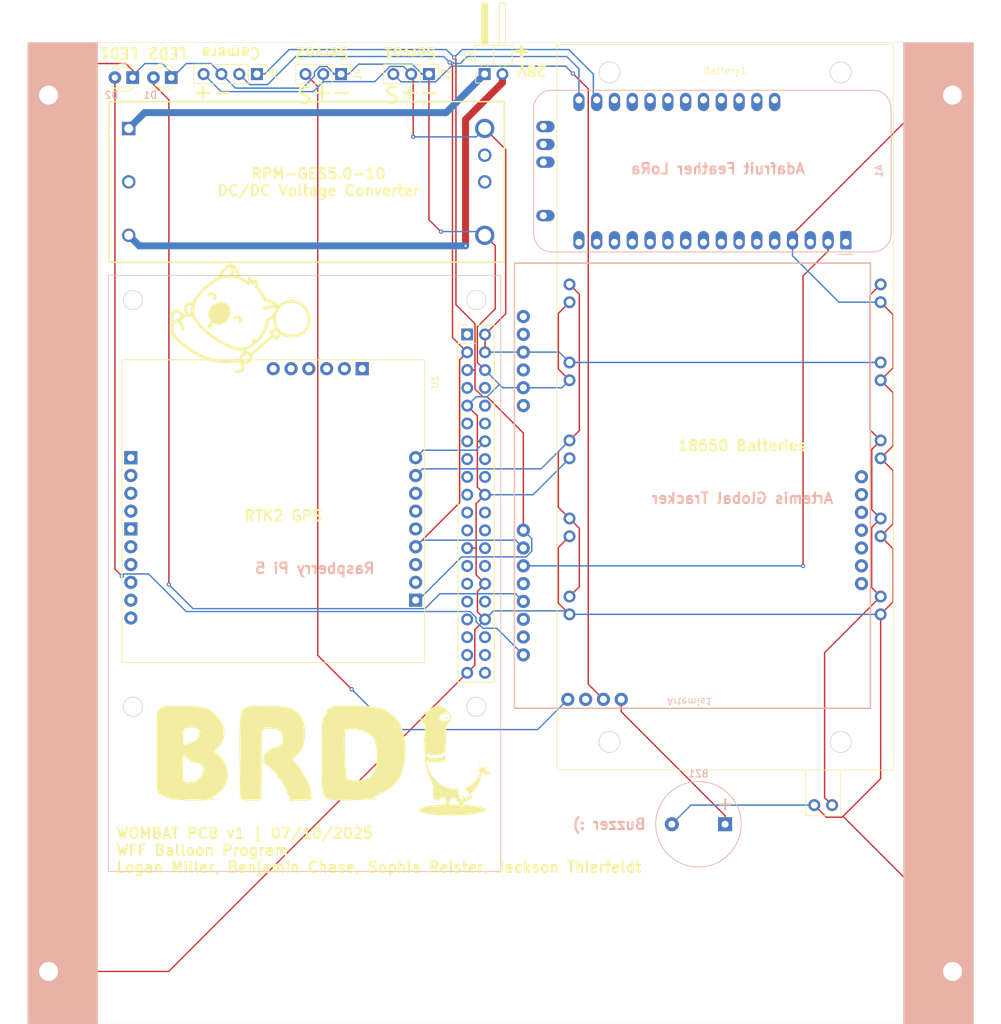
<source format=kicad_pcb>
(kicad_pcb
	(version 20241229)
	(generator "pcbnew")
	(generator_version "9.0")
	(general
		(thickness 1.6)
		(legacy_teardrops no)
	)
	(paper "A4")
	(layers
		(0 "F.Cu" signal)
		(2 "B.Cu" signal)
		(9 "F.Adhes" user "F.Adhesive")
		(11 "B.Adhes" user "B.Adhesive")
		(13 "F.Paste" user)
		(15 "B.Paste" user)
		(5 "F.SilkS" user "F.Silkscreen")
		(7 "B.SilkS" user "B.Silkscreen")
		(1 "F.Mask" user)
		(3 "B.Mask" user)
		(17 "Dwgs.User" user "User.Drawings")
		(19 "Cmts.User" user "User.Comments")
		(21 "Eco1.User" user "User.Eco1")
		(23 "Eco2.User" user "User.Eco2")
		(25 "Edge.Cuts" user)
		(27 "Margin" user)
		(31 "F.CrtYd" user "F.Courtyard")
		(29 "B.CrtYd" user "B.Courtyard")
		(35 "F.Fab" user)
		(33 "B.Fab" user)
		(39 "User.1" user)
		(41 "User.2" user)
		(43 "User.3" user)
		(45 "User.4" user)
	)
	(setup
		(pad_to_mask_clearance 0)
		(allow_soldermask_bridges_in_footprints no)
		(tenting front back)
		(pcbplotparams
			(layerselection 0x00000000_00000000_55555555_5755f5ff)
			(plot_on_all_layers_selection 0x00000000_00000000_00000000_00000000)
			(disableapertmacros no)
			(usegerberextensions no)
			(usegerberattributes yes)
			(usegerberadvancedattributes yes)
			(creategerberjobfile yes)
			(dashed_line_dash_ratio 12.000000)
			(dashed_line_gap_ratio 3.000000)
			(svgprecision 4)
			(plotframeref no)
			(mode 1)
			(useauxorigin no)
			(hpglpennumber 1)
			(hpglpenspeed 20)
			(hpglpendiameter 15.000000)
			(pdf_front_fp_property_popups yes)
			(pdf_back_fp_property_popups yes)
			(pdf_metadata yes)
			(pdf_single_document no)
			(dxfpolygonmode yes)
			(dxfimperialunits yes)
			(dxfusepcbnewfont yes)
			(psnegative no)
			(psa4output no)
			(plot_black_and_white yes)
			(sketchpadsonfab no)
			(plotpadnumbers no)
			(hidednponfab no)
			(sketchdnponfab yes)
			(crossoutdnponfab yes)
			(subtractmaskfromsilk no)
			(outputformat 1)
			(mirror no)
			(drillshape 1)
			(scaleselection 1)
			(outputdirectory "")
		)
	)
	(net 0 "")
	(net 1 "unconnected-(A1-RX{slash}D0-Pad14)")
	(net 2 "unconnected-(A1-DIO3-Pad31)")
	(net 3 "unconnected-(A1-A4-Pad9)")
	(net 4 "unconnected-(A1-D12-Pad24)")
	(net 5 "unconnected-(A1-ANT-Pad29)")
	(net 6 "GND")
	(net 7 "SCL")
	(net 8 "unconnected-(A1-DIO1-Pad16)")
	(net 9 "unconnected-(A1-AREF-Pad3)")
	(net 10 "unconnected-(A1-D10-Pad22)")
	(net 11 "unconnected-(A1-VBAT-Pad28)")
	(net 12 "unconnected-(A1-MOSI{slash}D23-Pad12)")
	(net 13 "unconnected-(A1-DIO5-Pad30)")
	(net 14 "unconnected-(A1-D13-Pad25)")
	(net 15 "unconnected-(A1-A3-Pad8)")
	(net 16 "unconnected-(A1-EN-Pad27)")
	(net 17 "unconnected-(A1-D9-Pad21)")
	(net 18 "unconnected-(A1-SCK{slash}D24-Pad11)")
	(net 19 "unconnected-(A1-DAC0{slash}A0-Pad5)")
	(net 20 "+3V3")
	(net 21 "unconnected-(A1-MISO{slash}D22-Pad13)")
	(net 22 "SDA")
	(net 23 "unconnected-(A1-A1-Pad6)")
	(net 24 "unconnected-(A1-D11-Pad23)")
	(net 25 "unconnected-(A1-D5-Pad19)")
	(net 26 "unconnected-(A1-TX{slash}D1-Pad15)")
	(net 27 "unconnected-(A1-DIO2-Pad32)")
	(net 28 "unconnected-(A1-A2-Pad7)")
	(net 29 "unconnected-(A1-D6-Pad20)")
	(net 30 "unconnected-(A1-USB-Pad26)")
	(net 31 "unconnected-(A1-A5-Pad10)")
	(net 32 "unconnected-(A1-~{RESET}-Pad1)")
	(net 33 "unconnected-(Artemis1-COPI-Pad6)")
	(net 34 "Net-(Artemis1-AD11)")
	(net 35 "Net-(Artemis1-AD12)")
	(net 36 "Net-(Artemis1-AD29)")
	(net 37 "unconnected-(Artemis1-CIPO-Pad7)")
	(net 38 "unconnected-(Artemis1-GND-Pad5)")
	(net 39 "unconnected-(Artemis1-RST-Pad20)")
	(net 40 "unconnected-(J1-GPIO27{slash}SDIO_DAT3-Pad13)")
	(net 41 "unconnected-(J1-~{CE1}_SPI0{slash}GPIO07-Pad26)")
	(net 42 "unconnected-(J1-MISO_SPI0{slash}GPIO09-Pad21)")
	(net 43 "unconnected-(J1-~{CE0}_SPI0{slash}GPIO08-Pad24)")
	(net 44 "unconnected-(J1-GPIO17{slash}SPI1_~{CE1}-Pad11)")
	(net 45 "unconnected-(J1-SCLK_SPI0{slash}GPIO11-Pad23)")
	(net 46 "unconnected-(J1-GPCLK2{slash}GPIO06-Pad31)")
	(net 47 "unconnected-(J1-GPIO13{slash}PWM1-Pad33)")
	(net 48 "unconnected-(J1-MOSI_SPI0{slash}GPIO10-Pad19)")
	(net 49 "unconnected-(J1-GPCLK0{slash}GPIO04-Pad7)")
	(net 50 "unconnected-(J1-3V3-Pad1)")
	(net 51 "+5V")
	(net 52 "unconnected-(J1-3V3-Pad1)_1")
	(net 53 "unconnected-(J1-GPIO23{slash}SDIO_CMD-Pad16)")
	(net 54 "unconnected-(J1-ID_SC_I2C0{slash}GPIO01-Pad28)")
	(net 55 "unconnected-(J1-GPIO19{slash}SPI1_MISO{slash}PCM_FS-Pad35)")
	(net 56 "unconnected-(J1-GPIO21{slash}SPI1_SCLK{slash}PCM_DOUT-Pad40)")
	(net 57 "unconnected-(J1-GPIO22{slash}SDIO_CLK-Pad15)")
	(net 58 "unconnected-(J1-GPIO15{slash}UART_RXD-Pad10)")
	(net 59 "unconnected-(J1-GPIO16{slash}SPI1_~{CE2}-Pad36)")
	(net 60 "unconnected-(J1-ID_SD_I2C0{slash}GPIO00-Pad27)")
	(net 61 "unconnected-(J1-GPIO25{slash}SDIO_DAT1-Pad22)")
	(net 62 "unconnected-(J1-GPCLK1{slash}GPIO05-Pad29)")
	(net 63 "unconnected-(J1-GPIO18{slash}SPI1_~{CE0}{slash}PCM_CLK{slash}PWM0-Pad12)")
	(net 64 "unconnected-(J1-GPIO20{slash}SPI1_MOSI{slash}PCM_DIN{slash}PWM1-Pad38)")
	(net 65 "unconnected-(J1-GPIO24{slash}SDIO_DAT0-Pad18)")
	(net 66 "unconnected-(J1-GPIO12{slash}PWM0-Pad32)")
	(net 67 "unconnected-(J1-GPIO14{slash}UART_TXD-Pad8)")
	(net 68 "unconnected-(J1-GPIO26{slash}SDIO_DAT2-Pad37)")
	(net 69 "unconnected-(PS1-CTRL{slash}UVLO-Pad2)")
	(net 70 "unconnected-(PS1-TRIM-Pad5)")
	(net 71 "Net-(J2-Pin_2)")
	(net 72 "Net-(J2-Pin_1)")
	(net 73 "unconnected-(PS1-+SENSE-Pad6)")
	(net 74 "unconnected-(Artemis1-AD15{slash}RX-Pad2)")
	(net 75 "unconnected-(Artemis1-D4-Pad10)")
	(net 76 "unconnected-(Artemis1-SCK-Pad8)")
	(net 77 "unconnected-(Artemis1-EN-Pad22)")
	(net 78 "unconnected-(U1D-RX2_J7-PadJ7_5)")
	(net 79 "unconnected-(U1D-RXI{slash}MOSI-PadJ7_3)")
	(net 80 "unconnected-(U1D-3.3V_J7-PadJ7_7)")
	(net 81 "unconnected-(U1D-TXO{slash}MISO-PadJ7_2)")
	(net 82 "unconnected-(U1D-TX2_J7-PadJ7_6)")
	(net 83 "Net-(Artemis1-AD31)")
	(net 84 "Net-(Artemis1-AD32)")
	(net 85 "unconnected-(Artemis1-3V3-Pad11)")
	(net 86 "unconnected-(Artemis1-VBUS-Pad24)")
	(net 87 "unconnected-(Artemis1-AD35-Pad9)")
	(net 88 "unconnected-(Artemis1-GND-Pad16)")
	(net 89 "unconnected-(Artemis1-AD42-Pad14)")
	(net 90 "unconnected-(Artemis1-AD43-Pad13)")
	(net 91 "unconnected-(Artemis1-AD37-Pad25)")
	(footprint "GPS-15136:GPS-15136" (layer "F.Cu") (at 50.97 66.75 -90))
	(footprint "MountingHole:MountingHole_2.7mm_M2.5_ISO7380_Pad_TopBottom" (layer "F.Cu") (at 40.5 154))
	(footprint "KiCad:RPMGE5010" (layer "F.Cu") (at 51.94 33.76))
	(footprint "MountingHole:MountingHole_2.7mm_M2.5_ISO7380_Pad_TopBottom" (layer "F.Cu") (at 169.5 29))
	(footprint "Connector_PinHeader_2.54mm:PinHeader_1x02_P2.54mm_Horizontal" (layer "F.Cu") (at 102.725 26 90))
	(footprint "Connector_PinHeader_2.54mm:PinHeader_1x04_P2.54mm_Vertical" (layer "F.Cu") (at 70.24 26 -90))
	(footprint "Connector_PinHeader_2.54mm:PinHeader_1x03_P2.54mm_Vertical" (layer "F.Cu") (at 94.78 26 -90))
	(footprint "LED_THT:LED_D3.0mm" (layer "F.Cu") (at 58.01 26.5 180))
	(footprint "LED_THT:LED_D3.0mm" (layer "F.Cu") (at 52.5 26.5 180))
	(footprint "ToddToddsBattBatt:Battery" (layer "F.Cu") (at 161.04 21.77 -90))
	(footprint "MountingHole:MountingHole_2.7mm_M2.5_ISO7380_Pad_TopBottom" (layer "F.Cu") (at 40.5 29))
	(footprint "MountingHole:MountingHole_2.7mm_M2.5_ISO7380_Pad_TopBottom" (layer "F.Cu") (at 169.5 154))
	(footprint "Connector_PinHeader_2.54mm:PinHeader_1x03_P2.54mm_Vertical" (layer "F.Cu") (at 82.24 26 -90))
	(footprint "Module:Adafruit_Feather_M0_RFM" (layer "B.Cu") (at 154.28 50 90))
	(footprint "Connector_PinSocket_2.54mm:Raspberry Pi 2x20 Socket" (layer "B.Cu") (at 49.03 54.74 -90))
	(footprint "Artemis_Awesome:Sparkfun Artemis Global Tracker" (layer "B.Cu") (at 106.8938 116.4146))
	(footprint "Buzzer_Beeper:Buzzer_12x9.5RM7.6" (layer "B.Cu") (at 137.04 133 180))
	(gr_line
		(start 108 22)
		(end 108 23.5)
		(stroke
			(width 0.5)
			(type solid)
		)
		(layer "F.SilkS")
		(uuid "20e38068-455a-49a1-a39d-e83299a10e87")
	)
	(gr_poly
		(pts
			(xy 71.712181 116.121163) (xy 72.670926 116.144892) (xy 73.515164 116.178987) (xy 74.127843 116.22131)
			(xy 74.31077 116.24489) (xy 74.391914 116.269726) (xy 74.397672 116.274626) (xy 74.404951 116.279386)
			(xy 74.413643 116.283983) (xy 74.423637 116.288392) (xy 74.434823 116.292588) (xy 74.447094 116.296548)
			(xy 74.460338 116.300246) (xy 74.474447 116.303659) (xy 74.489311 116.306762) (xy 74.50482 116.30953)
			(xy 74.520865 116.31194) (xy 74.537337 116.313966) (xy 74.554126 116.315584) (xy 74.571123 116.31677)
			(xy 74.588218 116.3175) (xy 74.605301 116.317748) (xy 74.622371 116.318133) (xy 74.63943 116.31926)
			(xy 74.656368 116.321093) (xy 74.673077 116.323592) (xy 74.689449 116.32672) (xy 74.705375 116.330438)
			(xy 74.720748 116.334709) (xy 74.735459 116.339494) (xy 74.749399 116.344754) (xy 74.76246 116.350453)
			(xy 74.774534 116.356551) (xy 74.785513 116.363011) (xy 74.790558 116.366364) (xy 74.795288 116.369793)
			(xy 74.79969 116.373294) (xy 74.803751 116.376861) (xy 74.807456 116.38049) (xy 74.810793 116.384176)
			(xy 74.813748 116.387914) (xy 74.816307 116.391699) (xy 74.818717 116.395435) (xy 74.821254 116.399026)
			(xy 74.823911 116.40247) (xy 74.826682 116.405764) (xy 74.82956 116.408906) (xy 74.832538 116.411894)
			(xy 74.835609 116.414726) (xy 74.838767 116.417399) (xy 74.842003 116.419911) (xy 74.845313 116.42226)
			(xy 74.848688 116.424443) (xy 74.852122 116.426458) (xy 74.855608 116.428303) (xy 74.85914 116.429975)
			(xy 74.86271 116.431472) (xy 74.866312 116.432793) (xy 74.869938 116.433933) (xy 74.873583 116.434892)
			(xy 74.877238 116.435667) (xy 74.880898 116.436256) (xy 74.884555 116.436656) (xy 74.888203 116.436865)
			(xy 74.891835 116.436881) (xy 74.895444 116.436701) (xy 74.899023 116.436324) (xy 74.902565 116.435746)
			(xy 74.906064 116.434966) (xy 74.909513 116.433981) (xy 74.912904 116.432789) (xy 74.916231 116.431388)
			(xy 74.919488 116.429774) (xy 74.922666 116.427947) (xy 74.942165 116.420487) (xy 74.967189 116.418475)
			(xy 74.997391 116.421655) (xy 75.032423 116.429774) (xy 75.115582 116.459807) (xy 75.213883 116.506535)
			(xy 75.324539 116.567918) (xy 75.444766 116.641918) (xy 75.571779 116.726496) (xy 75.702792 116.819613)
			(xy 75.835021 116.919231) (xy 75.965679 117.02331) (xy 76.091983 117.129812) (xy 76.211148 117.236698)
			(xy 76.320387 117.341929) (xy 76.416916 117.443466) (xy 76.49795 117.53927) (xy 76.560703 117.627303)
			(xy 76.679119 117.840975) (xy 76.782518 118.080855) (xy 76.870853 118.343601) (xy 76.944076 118.625874)
			(xy 77.002141 118.924331) (xy 77.044999 119.235633) (xy 77.072604 119.556438) (xy 77.084909 119.883405)
			(xy 77.081865 120.213194) (xy 77.063427 120.542464) (xy 77.029546 120.867873) (xy 76.980175 121.186081)
			(xy 76.915267 121.493748) (xy 76.834775 121.787531) (xy 76.738651 122.064091) (xy 76.626848 122.320086)
			(xy 76.585522 122.395089) (xy 76.530528 122.480397) (xy 76.463839 122.573918) (xy 76.387428 122.673565)
			(xy 76.303269 122.777247) (xy 76.213337 122.882874) (xy 76.119605 122.988359) (xy 76.024046 123.09161)
			(xy 75.928634 123.19054) (xy 75.835343 123.283058) (xy 75.746147 123.367075) (xy 75.66302 123.440501)
			(xy 75.587934 123.501247) (xy 75.522865 123.547225) (xy 75.494703 123.564022) (xy 75.469785 123.576343)
			(xy 75.448357 123.583927) (xy 75.430668 123.586514) (xy 75.418301 123.587074) (xy 75.407164 123.588737)
			(xy 75.397247 123.591478) (xy 75.38854 123.595272) (xy 75.381035 123.600092) (xy 75.374721 123.605915)
			(xy 75.369588 123.612713) (xy 75.365628 123.620463) (xy 75.362831 123.629138) (xy 75.361186 123.638713)
			(xy 75.360684 123.649163) (xy 75.361317 123.660463) (xy 75.363073 123.672586) (xy 75.365944 123.685508)
			(xy 75.37499 123.713646) (xy 75.388378 123.744674) (xy 75.406032 123.778388) (xy 75.427875 123.814586)
			(xy 75.453829 123.853065) (xy 75.483818 123.893621) (xy 75.517764 123.936051) (xy 75.555592 123.980152)
			(xy 75.597223 124.025722) (xy 75.846491 124.3041) (xy 76.090357 124.602773) (xy 76.327173 124.918344)
			(xy 76.555291 125.247413) (xy 76.773065 125.586581) (xy 76.978845 125.93245) (xy 77.170986 126.28162)
			(xy 77.347838 126.630694) (xy 77.507755 126.976271) (xy 77.64909 127.314954) (xy 77.770193 127.643343)
			(xy 77.869419 127.95804) (xy 77.945119 128.255645) (xy 77.995646 128.532761) (xy 78.019352 128.785988)
			(xy 78.020632 128.902581) (xy 78.014589 129.011927) (xy 77.99504 129.220128) (xy 77.982864 129.303518)
			(xy 77.965301 129.374443) (xy 77.939513 129.433911) (xy 77.922647 129.459662) (xy 77.90266 129.482926)
			(xy 77.879197 129.503829) (xy 77.851902 129.522497) (xy 77.820422 129.539054) (xy 77.784401 129.553628)
			(xy 77.697316 129.577328) (xy 77.587808 129.594602) (xy 77.453039 129.606457) (xy 77.290168 129.6139)
			(xy 76.868765 129.619573) (xy 76.300884 129.619675) (xy 76.032337 129.620991) (xy 75.790459 129.624846)
			(xy 75.577637 129.631102) (xy 75.396256 129.639617) (xy 75.318102 129.644679) (xy 75.248703 129.650254)
			(xy 75.188357 129.656324) (xy 75.137363 129.662872) (xy 75.096018 129.66988) (xy 75.064622 129.677331)
			(xy 75.043472 129.685208) (xy 75.036833 129.689301) (xy 75.032867 129.693493) (xy 75.025096 129.70536)
			(xy 75.017396 129.715729) (xy 75.009785 129.724631) (xy 75.002281 129.732097) (xy 74.994902 129.738156)
			(xy 74.987665 129.742839) (xy 74.980589 129.746177) (xy 74.973691 129.7482) (xy 74.96699 129.748937)
			(xy 74.960502 129.748421) (xy 74.954246 129.74668) (xy 74.94824 129.743746) (xy 74.942501 129.739648)
			(xy 74.937047 129.734418) (xy 74.931896 129.728084) (xy 74.927067 129.720679) (xy 74.922576 129.712232)
			(xy 74.918441 129.702774) (xy 74.911314 129.680944) (xy 74.905826 129.655433) (xy 74.902121 129.626484)
			(xy 74.900342 129.594339) (xy 74.900631 129.559243) (xy 74.903131 129.521437) (xy 74.907984 129.481165)
			(xy 74.910455 129.460145) (xy 74.911918 129.437922) (xy 74.912414 129.414618) (xy 74.911983 129.390355)
			(xy 74.908503 129.339447) (xy 74.901805 129.286177) (xy 74.892212 129.231529) (xy 74.880052 129.176483)
			(xy 74.865649 129.122022) (xy 74.849328 129.069126) (xy 74.831415 129.018777) (xy 74.812236 128.971957)
			(xy 74.792114 128.929647) (xy 74.771377 128.892829) (xy 74.760879 128.876786) (xy 74.75035 128.862484)
			(xy 74.739828 128.850046) (xy 74.729356 128.839594) (xy 74.718975 128.831251) (xy 74.708723 128.82514)
			(xy 74.698644 128.821383) (xy 74.688776 128.820104) (xy 74.685976 128.819985) (xy 74.68326 128.819632)
			(xy 74.680629 128.819052) (xy 74.678085 128.81825) (xy 74.675632 128.817231) (xy 74.673271 128.816002)
			(xy 74.671004 128.814568) (xy 74.668835 128.812935) (xy 74.666765 128.81111) (xy 74.664797 128.809097)
			(xy 74.662933 128.806902) (xy 74.661175 128.804533) (xy 74.657989 128.79929) (xy 74.655257 128.793414)
			(xy 74.652997 128.786952) (xy 74.65123 128.779951) (xy 74.649972 128.772457) (xy 74.649244 128.764516)
			(xy 74.649064 128.756176) (xy 74.649451 128.747482) (xy 74.650423 128.738481) (xy 74.652 128.72922)
			(xy 74.652799 128.724585) (xy 74.653338 128.720062) (xy 74.653623 128.715654) (xy 74.653659 128.711365)
			(xy 74.653451 128.707201) (xy 74.653003 128.703166) (xy 74.652321 128.699264) (xy 74.65141 128.6955)
			(xy 74.650275 128.691878) (xy 74.64892 128.688404) (xy 74.647351 128.685081) (xy 74.645573 128.681913)
			(xy 74.643591 128.678907) (xy 74.64141 128.676065) (xy 74.639035 128.673394) (xy 74.636471 128.670896)
			(xy 74.633722 128.668577) (xy 74.630795 128.666441) (xy 74.627693 128.664493) (xy 74.624422 128.662737)
			(xy 74.620988 128.661178) (xy 74.617394 128.65982) (xy 74.613646 128.658668) (xy 74.60975 128.657727)
			(xy 74.605709 128.657) (xy 74.601529 128.656493) (xy 74.597216 128.65621) (xy 74.592773 128.656155)
			(xy 74.588207 128.656333) (xy 74.583521 128.656749) (xy 74.578722 128.657407) (xy 74.573814 128.658312)
			(xy 74.567947 128.659411) (xy 74.562352 128.660202) (xy 74.557027 128.660686) (xy 74.551974 128.660863)
			(xy 74.547192 128.660733) (xy 74.542682 128.660297) (xy 74.538443 128.659555) (xy 74.534475 128.658506)
			(xy 74.530778 128.657152) (xy 74.527353 128.655492) (xy 74.524199 128.653527) (xy 74.521316 128.651256)
			(xy 74.518705 128.648681) (xy 74.516365 128.645801) (xy 74.514296 128.642617) (xy 74.512498 128.639129)
			(xy 74.510972 128.635337) (xy 74.509717 128.631242) (xy 74.508733 128.626843) (xy 74.508021 128.622141)
			(xy 74.50758 128.617136) (xy 74.50741 128.611828) (xy 74.507884 128.600305) (xy 74.509444 128.587575)
			(xy 74.512089 128.57364) (xy 74.515818 128.5585) (xy 74.520634 128.542158) (xy 74.524473 128.527195)
			(xy 74.527085 128.510503) (xy 74.528504 128.492261) (xy 74.528764 128.472646) (xy 74.527898 128.451836)
			(xy 74.525943 128.43001) (xy 74.522931 128.407346) (xy 74.518897 128.384021) (xy 74.513876 128.360214)
			(xy 74.507902 128.336103) (xy 74.501008 128.311866) (xy 74.49323 128.287682) (xy 74.484602 128.263727)
			(xy 74.475158 128.240181) (xy 74.464932 128.217221) (xy 74.453958 128.195026) (xy 74.431859 128.151172)
			(xy 74.411209 128.107401) (xy 74.392466 128.064873) (xy 74.376088 128.02475) (xy 74.368928 128.005953)
			(xy 74.362531 127.988192) (xy 74.356953 127.971613) (xy 74.352252 127.956361) (xy 74.348486 127.942581)
			(xy 74.345711 127.930419) (xy 74.343984 127.920018) (xy 74.343363 127.911525) (xy 74.341594 127.901521)
			(xy 74.336548 127.886737) (xy 74.317297 127.843996) (xy 74.286953 127.785637) (xy 74.246857 127.713997)
			(xy 74.198352 127.631412) (xy 74.14278 127.540217) (xy 74.081485 127.442751) (xy 74.015808 127.341348)
			(xy 73.950144 127.240353) (xy 73.888885 127.144055) (xy 73.833371 127.054709) (xy 73.784944 126.974569)
			(xy 73.744944 126.905888) (xy 73.714712 126.850922) (xy 73.703678 126.829285) (xy 73.695589 126.811923)
			(xy 73.690613 126.799116) (xy 73.689344 126.794509) (xy 73.688917 126.791146) (xy 73.687914 126.781911)
			(xy 73.684983 126.77175) (xy 73.680241 126.760753) (xy 73.673806 126.749012) (xy 73.665796 126.736614)
			(xy 73.656329 126.723651) (xy 73.633491 126.696385) (xy 73.606233 126.667931) (xy 73.575496 126.639008)
			(xy 73.54222 126.610332) (xy 73.507346 126.582622) (xy 73.471815 126.556596) (xy 73.436567 126.532972)
			(xy 73.402543 126.512466) (xy 73.370684 126.495798) (xy 73.34193 126.483684) (xy 73.329012 126.479559)
			(xy 73.317222 126.476843) (xy 73.306679 126.475624) (xy 73.297501 126.475992) (xy 73.289804 126.478037)
			(xy 73.283706 126.481849) (xy 73.278442 126.486325) (xy 73.27386 126.489748) (xy 73.269962 126.492138)
			(xy 73.26827 126.492954) (xy 73.266748 126.493519) (xy 73.265399 126.493838) (xy 73.26422 126.493913)
			(xy 73.263213 126.493746) (xy 73.262378 126.493341) (xy 73.261714 126.4927) (xy 73.261222 126.491826)
			(xy 73.260902 126.490722) (xy 73.260754 126.48939) (xy 73.260778 126.487833) (xy 73.260974 126.486054)
			(xy 73.261883 126.481841) (xy 73.263482 126.476774) (xy 73.265772 126.470873) (xy 73.268753 126.464162)
			(xy 73.272426 126.456662) (xy 73.276793 126.448395) (xy 73.281853 126.439384) (xy 73.289396 126.420115)
			(xy 73.292025 126.397234) (xy 73.289839 126.370847) (xy 73.282936 126.341066) (xy 73.255381 126.271751)
			(xy 73.210153 126.19016) (xy 73.148047 126.097165) (xy 73.069855 125.993636) (xy 72.976372 125.880445)
			(xy 72.868393 125.758462) (xy 72.74671 125.628558) (xy 72.612118 125.491605) (xy 72.465412 125.348474)
			(xy 72.307383 125.200036) (xy 72.138828 125.047161) (xy 71.960539 124.890721) (xy 71.773311 124.731588)
			(xy 71.577938 124.570631) (xy 71.507268 124.511711) (xy 71.442647 124.454557) (xy 71.384075 124.39917)
			(xy 71.331553 124.345549) (xy 71.30756 124.319401) (xy 71.285079 124.293694) (xy 71.264111 124.268429)
			(xy 71.244656 124.243605) (xy 71.226712 124.219222) (xy 71.210281 124.19528) (xy 71.195362 124.171779)
			(xy 71.181956 124.14872) (xy 71.170062 124.126102) (xy 71.15968 124.103924) (xy 71.15081 124.082188)
			(xy 71.143453 124.060892) (xy 71.137608 124.040038) (xy 71.133276 124.019624) (xy 71.130455 123.999651)
			(xy 71.129147 123.980119) (xy 71.129351 123.961027) (xy 71.131068 123.942376) (xy 71.134297 123.924165)
			(xy 71.139038 123.906395) (xy 71.145292 123.889066) (xy 71.153058 123.872177) (xy 71.162336 123.855728)
			(xy 71.173126 123.83972) (xy 71.187308 123.819626) (xy 71.199536 123.800657) (xy 71.209801 123.78257)
			(xy 71.218093 123.765122) (xy 71.221496 123.756561) (xy 71.224402 123.74807) (xy 71.226809 123.739616)
			(xy 71.228718 123.731171) (xy 71.230126 123.722703) (xy 71.231032 123.714182) (xy 71.231435 123.705579)
			(xy 71.231334 123.696861) (xy 71.230728 123.688001) (xy 71.229615 123.678965) (xy 71.227994 123.669726)
			(xy 71.225864 123.660251) (xy 71.220073 123.640477) (xy 71.21223 123.619398) (xy 71.202327 123.596774)
			(xy 71.190355 123.57236) (xy 71.176302 123.545914) (xy 71.16016 123.517193) (xy 71.147804 123.486487)
			(xy 71.142875 123.451058) (xy 71.144991 123.411292) (xy 71.15377 123.367576) (xy 71.168829 123.320297)
			(xy 71.189787 123.269839) (xy 71.216261 123.216592) (xy 71.247868 123.16094) (xy 71.324955 123.043969)
			(xy 71.417989 122.92202) (xy 71.523913 122.798184) (xy 71.639669 122.675553) (xy 71.762197 122.55722)
			(xy 71.888441 122.446276) (xy 72.015341 122.345814) (xy 72.139841 122.258925) (xy 72.258881 122.188702)
			(xy 72.315398 122.160807) (xy 72.369403 122.138237) (xy 72.420515 122.12138) (xy 72.46835 122.110622)
			(xy 72.512527 122.106349) (xy 72.552664 122.108948) (xy 72.584165 122.113742) (xy 72.613723 122.117558)
			(xy 72.627769 122.119101) (xy 72.641324 122.1204) (xy 72.654387 122.121455) (xy 72.666957 122.122268)
			(xy 72.679032 122.122838) (xy 72.69061 122.123166) (xy 72.70169 122.123252) (xy 72.71227 122.123096)
			(xy 72.722348 122.122699) (xy 72.731925 122.12206) (xy 72.740996 122.121181) (xy 72.749562 122.12006)
			(xy 72.757621 122.1187) (xy 72.765171 122.1171) (xy 72.77221 122.11526) (xy 72.778738 122.11318)
			(xy 72.784752 122.110862) (xy 72.790251 122.108304) (xy 72.795233 122.105508) (xy 72.799698 122.102474)
			(xy 72.803643 122.099202) (xy 72.807067 122.095692) (xy 72.809969 122.091945) (xy 72.812346 122.08796)
			(xy 72.814197 122.083739) (xy 72.815522 122.079281) (xy 72.816318 122.074587) (xy 72.816583 122.069657)
			(xy 72.816825 122.065441) (xy 72.817543 122.061277) (xy 72.818724 122.057173) (xy 72.820357 122.053132)
			(xy 72.822431 122.04916) (xy 72.824932 122.045263) (xy 72.831173 122.037713) (xy 72.838984 122.030524)
			(xy 72.84827 122.023739) (xy 72.858937 122.0174) (xy 72.870889 122.011548) (xy 72.884033 122.006227)
			(xy 72.898271 122.001478) (xy 72.913511 121.997344) (xy 72.929656 121.993866) (xy 72.946612 121.991088)
			(xy 72.964284 121.989052) (xy 72.982577 121.987799) (xy 73.001396 121.987372) (xy 73.068486 121.986263)
			(xy 73.097764 121.984076) (xy 73.125387 121.980089) (xy 73.152247 121.973769) (xy 73.179237 121.96458)
			(xy 73.207248 121.95199) (xy 73.237173 121.935464) (xy 73.269904 121.914468) (xy 73.306334 121.888469)
			(xy 73.347353 121.856933) (xy 73.393856 121.819326) (xy 73.506877 121.723763) (xy 73.652534 121.597509)
			(xy 73.744564 121.515741) (xy 73.782237 121.480083) (xy 73.814837 121.446776) (xy 73.842728 121.41497)
			(xy 73.866276 121.383812) (xy 73.876536 121.368211) (xy 73.885847 121.352453) (xy 73.894255 121.336433)
			(xy 73.901806 121.320043) (xy 73.908545 121.303178) (xy 73.914519 121.28573) (xy 73.924351 121.248665)
			(xy 73.931667 121.207997) (xy 73.936834 121.162874) (xy 73.940216 121.112448) (xy 73.942179 121.055866)
			(xy 73.943312 120.920837) (xy 73.936776 120.726076) (xy 73.928566 120.63393) (xy 73.917024 120.545242)
			(xy 73.902123 120.459988) (xy 73.883835 120.378146) (xy 73.862133 120.299691) (xy 73.836991 120.2246)
			(xy 73.808379 120.15285) (xy 73.776271 120.084417) (xy 73.740639 120.019278) (xy 73.701457 119.957409)
			(xy 73.658696 119.898787) (xy 73.612329 119.843389) (xy 73.562329 119.79119) (xy 73.508668 119.742167)
			(xy 73.451319 119.696298) (xy 73.390254 119.653558) (xy 73.325446 119.613924) (xy 73.256868 119.577372)
			(xy 73.184492 119.543879) (xy 73.108291 119.513422) (xy 73.028237 119.485977) (xy 72.944303 119.461521)
			(xy 72.856462 119.44003) (xy 72.764686 119.42148) (xy 72.569218 119.393112) (xy 72.357682 119.376229)
			(xy 72.129858 119.370643) (xy 71.698283 119.359449) (xy 71.527515 119.360343) (xy 71.383697 119.378797)
			(xy 71.264533 119.424736) (xy 71.213479 119.461113) (xy 71.167727 119.508083) (xy 71.090983 119.638764)
			(xy 71.032004 119.826702) (xy 70.988493 120.081822) (xy 70.958155 120.414048) (xy 70.938694 120.833305)
			(xy 70.927811 121.349517) (xy 70.924152 124.582405) (xy 70.922456 125.868595) (xy 70.918645 126.915898)
			(xy 70.912255 127.747226) (xy 70.902819 128.385493) (xy 70.889874 128.853612) (xy 70.881941 129.031026)
			(xy 70.872955 129.174496) (xy 70.862859 129.286886) (xy 70.851595 129.37106) (xy 70.839105 129.429881)
			(xy 70.825331 129.466215) (xy 70.791171 129.523287) (xy 70.772672 129.546342) (xy 70.750762 129.56605)
			(xy 70.72359 129.58264) (xy 70.689309 129.596343) (xy 70.646068 129.607387) (xy 70.592018 129.616003)
			(xy 70.52531 129.622421) (xy 70.444094 129.626871) (xy 70.230744 129.630784) (xy 69.937172 129.62958)
			(xy 69.548584 129.625099) (xy 69.296022 129.621706) (xy 69.073781 129.617739) (xy 68.879718 129.612542)
			(xy 68.711692 129.605461) (xy 68.636773 129.60101) (xy 68.56756 129.595841) (xy 68.503784 129.589874)
			(xy 68.445179 129.583027) (xy 68.391476 129.575217) (xy 68.342408 129.566363) (xy 68.297706 129.556382)
			(xy 68.257103 129.545194) (xy 68.220331 129.532716) (xy 68.187123 129.518867) (xy 68.15721 129.503563)
			(xy 68.130326 129.486725) (xy 68.106201 129.468268) (xy 68.084568 129.448113) (xy 68.06516 129.426177)
			(xy 68.047708 129.402377) (xy 68.031945 129.376633) (xy 68.017604 129.348862) (xy 68.004415 129.318982)
			(xy 67.992112 129.286912) (xy 67.980427 129.25257) (xy 67.969092 129.215873) (xy 67.9464 129.13509)
			(xy 67.925808 129.062616) (xy 67.903779 128.991364) (xy 67.880997 128.92315) (xy 67.858145 128.859791)
			(xy 67.835906 128.803105) (xy 67.825231 128.777832) (xy 67.814966 128.754909) (xy 67.805195 128.734562)
			(xy 67.796006 128.717019) (xy 67.787483 128.702506) (xy 67.779712 128.691252) (xy 67.771883 128.678822)
			(xy 67.764969 128.662944) (xy 67.758973 128.643738) (xy 67.753898 128.621326) (xy 67.749747 128.595828)
			(xy 67.746523 128.567365) (xy 67.744229 128.536057) (xy 67.742868 128.502026) (xy 67.74296 128.426275)
			(xy 67.746821 128.341078) (xy 67.754477 128.247401) (xy 67.765954 128.14621) (xy 67.777285 128.050785)
			(xy 67.787251 127.953171) (xy 67.795675 127.856116) (xy 67.802384 127.762366) (xy 67.807201 127.674668)
			(xy 67.809951 127.595769) (xy 67.81046 127.528417) (xy 67.808552 127.475359) (xy 67.77374 125.710363)
			(xy 67.758165 122.629168) (xy 67.764145 119.681398) (xy 67.775943 118.710554) (xy 67.793999 118.316675)
			(xy 67.801198 118.298925) (xy 67.808568 118.275882) (xy 67.823608 118.215383) (xy 67.838685 118.138107)
			(xy 67.853366 118.046982) (xy 67.867215 117.944937) (xy 67.879799 117.8349) (xy 67.890685 117.7198)
			(xy 67.899437 117.602565) (xy 67.903963 117.548541) (xy 67.910541 117.49404) (xy 67.919088 117.439201)
			(xy 67.929524 117.384163) (xy 67.941766 117.329064) (xy 67.955731 117.274043) (xy 67.971338 117.219238)
			(xy 67.988506 117.164789) (xy 68.007151 117.110834) (xy 68.027192 117.057511) (xy 68.048546 117.00496)
			(xy 68.071132 116.953318) (xy 68.094869 116.902726) (xy 68.119672 116.853321) (xy 68.145462 116.805241)
			(xy 68.172155 116.758627) (xy 68.19967 116.713616) (xy 68.227924 116.670346) (xy 68.256837 116.628958)
			(xy 68.286324 116.589589) (xy 68.316306 116.552378) (xy 68.346698 116.517464) (xy 68.377421 116.484986)
			(xy 68.408391 116.455081) (xy 68.439526 116.42789) (xy 68.470745 116.40355) (xy 68.501965 116.3822)
			(xy 68.533105 116.363979) (xy 68.564082 116.349025) (xy 68.594815 116.337478) (xy 68.625221 116.329475)
			(xy 68.655218 116.325157) (xy 68.659878 116.324673) (xy 68.66448 116.323995) (xy 68.669016 116.323128)
			(xy 68.673481 116.322077) (xy 68.677869 116.320848) (xy 68.682175 116.319446) (xy 68.686392 116.317877)
			(xy 68.690515 116.316146) (xy 68.694538 116.314259) (xy 68.698456 116.312221) (xy 68.702262 116.310037)
			(xy 68.70595 116.307713) (xy 68.709515 116.305255) (xy 68.712951 116.302668) (xy 68.716252 116.299957)
			(xy 68.719413 116.297127) (xy 68.722427 116.294185) (xy 68.725288 116.291136) (xy 68.727992 116.287984)
			(xy 68.730531 116.284737) (xy 68.732901 116.281398) (xy 68.735095 116.277974) (xy 68.737108 116.274469)
			(xy 68.738934 116.27089) (xy 68.740566 116.267242) (xy 68.742 116.26353) (xy 68.743229 116.25976)
			(xy 68.744248 116.255937) (xy 68.74505 116.252066) (xy 68.745631 116.248154) (xy 68.745983 116.244205)
			(xy 68.746102 116.240225) (xy 68.746281 116.236242) (xy 68.746811 116.232428) (xy 68.747684 116.228787)
			(xy 68.748892 116.22532) (xy 68.750427 116.222029) (xy 68.752281 116.218915) (xy 68.754445 116.215981)
			(xy 68.756911 116.21323) (xy 68.759671 116.210662) (xy 68.762717 116.208279) (xy 68.766041 116.206084)
			(xy 68.769633 116.204079) (xy 68.777594 116.200644) (xy 68.786534 116.197991) (xy 68.796387 116.196135)
			(xy 68.807087 116.195091) (xy 68.818569 116.194875) (xy 68.830767 116.195502) (xy 68.843615 116.196989)
			(xy 68.857048 116.199349) (xy 68.871 116.2026) (xy 68.885405 116.206756) (xy 68.892607 116.208922)
			(xy 68.899843 116.210857) (xy 68.9071 116.212565) (xy 68.914367 116.214047) (xy 68.928883 116.21634)
			(xy 68.943293 116.217756) (xy 68.957503 116.218312) (xy 68.971417 116.218025) (xy 68.984937 116.216912)
			(xy 68.997969 116.214991) (xy 69.004272 116.213733) (xy 69.010417 116.212279) (xy 69.016392 116.210632)
			(xy 69.022184 116.208794) (xy 69.027783 116.206767) (xy 69.033175 116.204554) (xy 69.038349 116.202155)
			(xy 69.043294 116.199575) (xy 69.047996 116.196814) (xy 69.052444 116.193875) (xy 69.056626 116.19076)
			(xy 69.060531 116.187471) (xy 69.064145 116.184011) (xy 69.067457 116.180382) (xy 69.070455 116.176586)
			(xy 69.073128 116.172624) (xy 69.144737 116.15058) (xy 69.319401 116.133529) (xy 69.919368 116.113345)
			(xy 70.755978 116.109935)
		)
		(stroke
			(width 0)
			(type solid)
		)
		(fill yes)
		(layer "F.SilkS")
		(uuid "323cb45a-4f43-4002-825c-ad9c1cafa23e")
	)
	(gr_line
		(start 107.25 22.75)
		(end 108.75 22.75)
		(stroke
			(width 0.5)
			(type solid)
		)
		(layer "F.SilkS")
		(uuid "390905b7-08e9-4c87-ac0d-0c9fe1d3cd7c")
	)
	(gr_poly
		(pts
			(xy 97.212325 117.634663) (xy 97.233922 117.636367) (xy 97.257864 117.639342) (xy 97.278229 117.643012)
			(xy 97.29728 117.648011) (xy 97.315018 117.65425) (xy 97.331441 117.661639) (xy 97.346551 117.670092)
			(xy 97.360346 117.679519) (xy 97.372828 117.689831) (xy 97.383996 117.70094) (xy 97.39385 117.712758)
			(xy 97.402391 117.725196) (xy 97.409617 117.738165) (xy 97.415529 117.751577) (xy 97.420128 117.765343)
			(xy 97.423413 117.779375) (xy 97.425384 117.793584) (xy 97.42604 117.807882) (xy 97.425384 117.822179)
			(xy 97.423413 117.836388) (xy 97.420128 117.85042) (xy 97.415529 117.864186) (xy 97.409617 117.877598)
			(xy 97.402391 117.890567) (xy 97.39385 117.903005) (xy 97.383996 117.914823) (xy 97.372828 117.925932)
			(xy 97.360346 117.936244) (xy 97.346551 117.945671) (xy 97.331441 117.954124) (xy 97.315018 117.961513)
			(xy 97.29728 117.967752) (xy 97.278229 117.972751) (xy 97.257864 117.976421) (xy 97.233922 117.979418)
			(xy 97.212325 117.981138) (xy 97.192963 117.98147) (xy 97.184085 117.981079) (xy 97.175725 117.980299)
			(xy 97.167868 117.979115) (xy 97.1605 117.977513) (xy 97.153609 117.975479) (xy 97.147179 117.972998)
			(xy 97.141198 117.970057) (xy 97.135651 117.966642) (xy 97.130524 117.962738) (xy 97.125805 117.95833)
			(xy 97.121478 117.953406) (xy 97.117531 117.947951) (xy 97.113949 117.94195) (xy 97.110718 117.93539)
			(xy 97.107826 117.928257) (xy 97.105257 117.920535) (xy 97.102998 117.912212) (xy 97.101036 117.903272)
			(xy 97.097946 117.883489) (xy 97.095875 117.861071) (xy 97.094713 117.835906) (xy 97.094351 117.807882)
			(xy 97.094713 117.779858) (xy 97.095875 117.754697) (xy 97.097946 117.732286) (xy 97.099356 117.722075)
			(xy 97.101036 117.71251) (xy 97.102998 117.703574) (xy 97.105257 117.695255) (xy 97.107826 117.687537)
			(xy 97.110718 117.680408) (xy 97.113949 117.673852) (xy 97.117531 117.667855) (xy 97.121478 117.662403)
			(xy 97.125805 117.657482) (xy 97.130524 117.653078) (xy 97.135651 117.649176) (xy 97.141198 117.645763)
			(xy 97.147179 117.642823) (xy 97.153609 117.640343) (xy 97.1605 117.638309) (xy 97.167868 117.636706)
			(xy 97.175725 117.63552) (xy 97.184085 117.634737) (xy 97.192963 117.634343) (xy 97.202371 117.634323)
		)
		(stroke
			(width 0)
			(type solid)
		)
		(fill yes)
		(layer "F.SilkS")
		(uuid "494b3ead-96cd-4687-a96f-162103934972")
	)
	(gr_poly
		(pts
			(xy 96.194414 116.129129) (xy 96.256755 116.132588) (xy 96.318444 116.13808) (xy 96.379359 116.145576)
			(xy 96.439378 116.155046) (xy 96.498379 116.166459) (xy 96.556241 116.179785) (xy 96.612843 116.194993)
			(xy 96.668062 116.212053) (xy 96.721777 116.230935) (xy 96.773866 116.251608) (xy 96.824208 116.274043)
			(xy 96.87268 116.298208) (xy 96.919162 116.324073) (xy 96.963531 116.351609) (xy 97.005666 116.380784)
			(xy 97.045445 116.411568) (xy 97.082747 116.443931) (xy 97.11745 116.477843) (xy 97.149431 116.513273)
			(xy 97.17857 116.550191) (xy 97.204745 116.588566) (xy 97.227835 116.628369) (xy 97.241432 116.652721)
			(xy 97.257146 116.678645) (xy 97.274788 116.70591) (xy 97.294171 116.734285) (xy 97.315107 116.763541)
			(xy 97.337409 116.793447) (xy 97.36089 116.823774) (xy 97.385361 116.85429) (xy 97.436525 116.914972)
			(xy 97.462843 116.944677) (xy 97.489401 116.97365) (xy 97.516012 117.001663) (xy 97.542488 117.028484)
			(xy 97.568642 117.053884) (xy 97.594286 117.077632) (xy 97.641636 117.121905) (xy 97.685955 117.166556)
			(xy 97.727245 117.211563) (xy 97.765503 117.256904) (xy 97.800732 117.302559) (xy 97.832929 117.348507)
			(xy 97.862096 117.394725) (xy 97.888231 117.441194) (xy 97.911336 117.487891) (xy 97.931409 117.534795)
			(xy 97.94845 117.581886) (xy 97.96246 117.629142) (xy 97.973438 117.676542) (xy 97.981384 117.724064)
			(xy 97.986299 117.771687) (xy 97.98818 117.819391) (xy 97.98703 117.867153) (xy 97.982847 117.914954)
			(xy 97.975631 117.96277) (xy 97.965383 118.010582) (xy 97.952102 118.058368) (xy 97.935787 118.106107)
			(xy 97.91644 118.153778) (xy 97.894059 118.201358) (xy 97.868644 118.248828) (xy 97.840196 118.296166)
			(xy 97.808714 118.343351) (xy 97.774198 118.390361) (xy 97.736647 118.437175) (xy 97.696063 118.483773)
			(xy 97.652444 118.530132) (xy 97.605791 118.576232) (xy 97.548327 118.63385) (xy 97.497142 118.692658)
			(xy 97.451804 118.755419) (xy 97.411883 118.824894) (xy 97.376946 118.903847) (xy 97.346563 118.995038)
			(xy 97.320303 119.101231) (xy 97.297735 119.225188) (xy 97.278426 119.369671) (xy 97.261947 119.537441)
			(xy 97.235751 119.953896) (xy 97.215697 120.49665) (xy 97.198335 121.187801) (xy 97.185929 121.749133)
			(xy 97.179584 121.974092) (xy 97.171797 122.16597) (xy 97.167046 122.250454) (xy 97.161555 122.32781)
			(xy 97.155198 122.398418) (xy 97.147848 122.462658) (xy 97.139379 122.52091) (xy 97.129665 122.573556)
			(xy 97.118578 122.620975) (xy 97.105994 122.663548) (xy 97.091784 122.701655) (xy 97.075824 122.735677)
			(xy 97.057986 122.765994) (xy 97.038144 122.792987) (xy 97.016172 122.817037) (xy 96.991943 122.838523)
			(xy 96.965331 122.857825) (xy 96.93621 122.875326) (xy 96.904453 122.891405) (xy 96.869933 122.906442)
			(xy 96.832525 122.920817) (xy 96.792102 122.934913) (xy 96.59773 122.996096) (xy 96.494038 123.026762)
			(xy 96.388323 123.053964) (xy 96.280856 123.077691) (xy 96.171905 123.097934) (xy 96.061741 123.114681)
			(xy 95.950632 123.127923) (xy 95.838848 123.137649) (xy 95.726658 123.14385) (xy 95.614331 123.146514)
			(xy 95.502138 123.145631) (xy 95.390347 123.141192) (xy 95.279227 123.133186) (xy 95.169049 123.121602)
			(xy 95.060081 123.106431) (xy 94.952592 123.087662) (xy 94.846853 123.065285) (xy 94.773432 123.048653)
			(xy 94.708421 123.034719) (xy 94.651411 123.023629) (xy 94.60199 123.015527) (xy 94.579997 123.012641)
			(xy 94.559747 123.010556) (xy 94.541189 123.009289) (xy 94.524273 123.00886) (xy 94.508945 123.009286)
			(xy 94.495155 123.010585) (xy 94.482853 123.012775) (xy 94.471985 123.015874) (xy 94.462502 123.0199)
			(xy 94.454351 123.024871) (xy 94.447482 123.030805) (xy 94.441842 123.03772) (xy 94.437382 123.045635)
			(xy 94.434048 123.054567) (xy 94.431791 123.064533) (xy 94.430559 123.075554) (xy 94.4303 123.087645)
			(xy 94.430963 123.100826) (xy 94.432496 123.115114) (xy 94.434849 123.130527) (xy 94.437971 123.147083)
			(xy 94.441808 123.164801) (xy 94.451429 123.203794) (xy 94.470305 123.25131) (xy 94.500695 123.29547)
			(xy 94.541831 123.336293) (xy 94.592944 123.373794) (xy 94.653263 123.407992) (xy 94.722021 123.438904)
			(xy 94.798446 123.466548) (xy 94.88177 123.490941) (xy 95.066038 123.530046) (xy 95.268668 123.556358)
			(xy 95.483506 123.570019) (xy 95.704397 123.571168) (xy 95.925185 123.559946) (xy 96.139716 123.536492)
			(xy 96.341834 123.500948) (xy 96.525386 123.453453) (xy 96.608275 123.425268) (xy 96.684214 123.394149)
			(xy 96.752434 123.360111) (xy 96.812165 123.323174) (xy 96.862638 123.283354) (xy 96.903084 123.24067)
			(xy 96.932733 123.195138) (xy 96.950815 123.146776) (xy 96.964486 123.092479) (xy 96.970393 123.071533)
			(xy 96.975826 123.054827) (xy 96.980897 123.042441) (xy 96.983331 123.037893) (xy 96.985715 123.034455)
			(xy 96.988064 123.032136) (xy 96.990391 123.030947) (xy 96.99271 123.030897) (xy 96.995034 123.031997)
			(xy 96.997378 123.034255) (xy 96.999755 123.037683) (xy 97.004663 123.048086) (xy 97.009869 123.063284)
			(xy 97.015482 123.083357) (xy 97.021613 123.108383) (xy 97.028372 123.138443) (xy 97.044214 123.21398)
			(xy 97.058453 123.288783) (xy 97.07028 123.36153) (xy 97.07972 123.431838) (xy 97.086796 123.499325)
			(xy 97.091535 123.563609) (xy 97.093961 123.624308) (xy 97.094098 123.68104) (xy 97.091972 123.733423)
			(xy 97.090068 123.757864) (xy 97.087607 123.781074) (xy 97.084593 123.803006) (xy 97.081028 123.823612)
			(xy 97.076917 123.842844) (xy 97.072261 123.860654) (xy 97.067064 123.876994) (xy 97.061329 123.891817)
			(xy 97.05506 123.905076) (xy 97.048258 123.916721) (xy 97.040928 123.926706) (xy 97.033073 123.934983)
			(xy 97.024695 123.941503) (xy 97.015798 123.94622) (xy 97.006384 123.949085) (xy 96.996458 123.950051)
			(xy 96.985202 123.950693) (xy 96.971746 123.952577) (xy 96.956264 123.955639) (xy 96.938935 123.959817)
			(xy 96.89944 123.971265) (xy 96.854674 123.986414) (xy 96.80605 124.004756) (xy 96.754983 124.025785)
			(xy 96.702887 124.048994) (xy 96.651174 124.073876) (xy 96.586148 124.099429) (xy 96.500758 124.12208)
			(xy 96.397835 124.141781) (xy 96.280211 124.158481) (xy 96.150717 124.172131) (xy 96.012184 124.182683)
			(xy 95.867445 124.190087) (xy 95.71933 124.194294) (xy 95.57067 124.195255) (xy 95.424299 124.19292)
			(xy 95.283045 124.187241) (xy 95.149742 124.178167) (xy 95.027221 124.16565) (xy 94.918313 124.149641)
			(xy 94.825849 124.13009) (xy 94.752661 124.106948) (xy 94.702638 124.088094) (xy 94.658917 124.074483)
			(xy 94.621398 124.066842) (xy 94.604934 124.065489) (xy 94.589984 124.065901) (xy 94.576535 124.06817)
			(xy 94.564575 124.072387) (xy 94.554092 124.078643) (xy 94.545073 124.087029) (xy 94.537507 124.097636)
			(xy 94.531381 124.110555) (xy 94.526682 124.125877) (xy 94.523399 124.143693) (xy 94.521029 124.187171)
			(xy 94.524172 124.241719) (xy 94.532731 124.308063) (xy 94.546606 124.386932) (xy 94.5657 124.479055)
			(xy 94.589914 124.585159) (xy 94.653307 124.842226) (xy 94.697393 124.999301) (xy 94.749468 125.155084)
			(xy 94.809212 125.309313) (xy 94.876304 125.461727) (xy 94.950424 125.612066) (xy 95.031253 125.760068)
			(xy 95.211756 126.048015) (xy 95.415251 126.323479) (xy 95.639177 126.584371) (xy 95.880975 126.8286)
			(xy 96.138082 127.054076) (xy 96.40794 127.258711) (xy 96.687986 127.440414) (xy 96.975661 127.597094)
			(xy 97.121558 127.665399) (xy 97.268403 127.726664) (xy 97.415874 127.780628) (xy 97.563652 127.827032)
			(xy 97.711416 127.865612) (xy 97.858847 127.896109) (xy 98.005624 127.91826) (xy 98.151428 127.931805)
			(xy 98.295937 127.936482) (xy 98.438833 127.93203) (xy 98.96496 127.898163) (xy 99.004644 128.423362)
			(xy 99.012423 128.507206) (xy 99.023016 128.592329) (xy 99.03614 128.677807) (xy 99.051509 128.762718)
			(xy 99.068838 128.84614) (xy 99.08784 128.927149) (xy 99.108232 129.004823) (xy 99.129728 129.078238)
			(xy 99.152042 129.146472) (xy 99.174889 129.208603) (xy 99.197985 129.263706) (xy 99.221043 129.31086)
			(xy 99.232469 129.331168) (xy 99.243779 129.349142) (xy 99.254937 129.364668) (xy 99.265907 129.377629)
			(xy 99.276654 129.387911) (xy 99.287142 129.395398) (xy 99.297336 129.399974) (xy 99.307199 129.401526)
			(xy 99.310753 129.401771) (xy 99.31546 129.402492) (xy 99.328023 129.405261) (xy 99.344266 129.409639)
			(xy 99.363568 129.415433) (xy 99.385308 129.422449) (xy 99.408863 129.430492) (xy 99.433611 129.439369)
			(xy 99.458933 129.448887) (xy 99.478069 129.455785) (xy 99.494941 129.460745) (xy 99.509616 129.46353)
			(xy 99.516151 129.464034) (xy 99.522162 129.463906) (xy 99.527657 129.463116) (xy 99.532646 129.461635)
			(xy 99.537135 129.459433) (xy 99.541135 129.456481) (xy 99.544653 129.45275) (xy 99.547697 129.448209)
			(xy 99.550276 129.44283) (xy 99.552399 129.436583) (xy 99.554074 129.429438) (xy 99.55531 129.421366)
			(xy 99.556495 129.402323) (xy 99.556024 129.379217) (xy 99.553962 129.351813) (xy 99.550379 129.319874)
			(xy 99.54534 129.283164) (xy 99.531168 129.194489) (xy 99.526094 129.162574) (xy 99.521928 129.132416)
			(xy 99.518656 129.104023) (xy 99.516266 129.0774) (xy 99.514746 129.052554) (xy 99.514083 129.029493)
			(xy 99.514264 129.008221) (xy 99.515276 128.988747) (xy 99.517107 128.971075) (xy 99.519744 128.955214)
			(xy 99.523174 128.941169) (xy 99.527386 128.928947) (xy 99.532365 128.918555) (xy 99.5381 128.909999)
			(xy 99.544577 128.903285) (xy 99.551785 128.898421) (xy 99.55971 128.895412) (xy 99.56834 128.894265)
			(xy 99.577661 128.894987) (xy 99.587663 128.897585) (xy 99.59833 128.902064) (xy 99.609653 128.908432)
			(xy 99.621616 128.916695) (xy 99.634208 128.926859) (xy 99.647416 128.938932) (xy 99.661228 128.952918)
			(xy 99.67563 128.968826) (xy 99.690611 128.986662) (xy 99.706156 129.006432) (xy 99.722255 129.028142)
			(xy 99.738894 129.0518) (xy 99.756059 129.077412) (xy 99.773742 129.103719) (xy 99.791558 129.128874)
			(xy 99.809459 129.152856) (xy 99.827396 129.175644) (xy 99.845319 129.197218) (xy 99.863181 129.217555)
			(xy 99.880931 129.236636) (xy 99.898521 129.254439) (xy 99.915902 129.270943) (xy 99.933024 129.286128)
			(xy 99.949839 129.299971) (xy 99.966298 129.312453) (xy 99.982351 129.323553) (xy 99.99795 129.333249)
			(xy 100.013046 129.34152) (xy 100.027589 129.348345) (xy 100.04153 129.353704) (xy 100.054821 129.357575)
			(xy 100.067412 129.359938) (xy 100.079255 129.360772) (xy 100.0903 129.360055) (xy 100.100499 129.357766)
			(xy 100.105265 129.356026) (xy 100.109802 129.353885) (xy 100.114102 129.351341) (xy 100.11816 129.34839)
			(xy 100.121969 129.345031) (xy 100.125524 129.341261) (xy 100.128818 129.337077) (xy 100.131846 129.332477)
			(xy 100.1346 129.327458) (xy 100.137076 129.322016) (xy 100.141165 129.309858) (xy 100.144064 129.295982)
			(xy 100.145724 129.280367) (xy 100.146096 129.262991) (xy 100.145132 129.243834) (xy 100.140574 129.185295)
			(xy 100.137326 129.133838) (xy 100.135623 129.089223) (xy 100.135698 129.051207) (xy 100.136475 129.034599)
			(xy 100.137785 129.01955) (xy 100.139656 129.00603) (xy 100.142118 128.99401) (xy 100.1452 128.983459)
			(xy 100.148932 128.974346) (xy 100.153342 128.966642) (xy 100.15846 128.960317) (xy 100.164316 128.95534)
			(xy 100.170938 128.951681) (xy 100.178355 128.94931) (xy 100.186597 128.948197) (xy 100.195694 128.948312)
			(xy 100.205674 128.949625) (xy 100.216567 128.952105) (xy 100.228402 128.955722) (xy 100.241208 128.960446)
			(xy 100.255014 128.966247) (xy 100.285746 128.98096) (xy 100.32083 128.999618) (xy 100.360502 129.021981)
			(xy 100.382503 129.034208) (xy 100.404364 129.045612) (xy 100.425953 129.056155) (xy 100.447134 129.065799)
			(xy 100.467776 129.074504) (xy 100.487743 129.082233) (xy 100.506903 129.088948) (xy 100.525123 129.094609)
			(xy 100.542268 129.099179) (xy 100.558205 129.10262) (xy 100.572801 129.104892) (xy 100.585922 129.105957)
			(xy 100.591887 129.106026) (xy 100.597434 129.105778) (xy 100.602545 129.10521) (xy 100.607205 129.104316)
			(xy 100.611395 129.103091) (xy 100.615099 129.101532) (xy 100.618302 129.099632) (xy 100.620985 129.097387)
			(xy 100.627135 129.088408) (xy 100.631011 129.076226) (xy 100.632701 129.061021) (xy 100.632296 129.042974)
			(xy 100.625558 128.999075) (xy 100.611514 128.945971) (xy 100.590878 128.885107) (xy 100.564369 128.817925)
			(xy 100.532703 128.745869) (xy 100.496597 128.670383) (xy 100.456767 128.592909) (xy 100.41393 128.514891)
			(xy 100.368802 128.437772) (xy 100.3221 128.362995) (xy 100.274541 128.292004) (xy 100.226841 128.226243)
			(xy 100.179717 128.167154) (xy 100.133886 128.116181) (xy 100.109953 128.090817) (xy 100.087735 128.065984)
			(xy 100.06723 128.041701) (xy 100.048436 128.017985) (xy 100.031348 127.994853) (xy 100.015966 127.972325)
			(xy 100.002285 127.950418) (xy 99.990303 127.929149) (xy 99.980017 127.908538) (xy 99.971425 127.888601)
			(xy 99.964523 127.869357) (xy 99.959309 127.850825) (xy 99.95578 127.833021) (xy 99.953934 127.815964)
			(xy 99.953767 127.799671) (xy 99.955277 127.784162) (xy 99.95846 127.769453) (xy 99.963315 127.755563)
			(xy 99.969839 127.742509) (xy 99.978027 127.73031) (xy 99.987879 127.718984) (xy 99.999391 127.708548)
			(xy 100.012559 127.699021) (xy 100.027383 127.690421) (xy 100.043858 127.682765) (xy 100.061981 127.676071)
			(xy 100.081751 127.670358) (xy 100.103164 127.665643) (xy 100.126218 127.661945) (xy 100.150909 127.659281)
			(xy 100.177236 127.65767) (xy 100.205194 127.657128) (xy 100.282751 127.65093) (xy 100.364377 127.632847)
			(xy 100.449502 127.603652) (xy 100.537557 127.564116) (xy 100.627973 127.515011) (xy 100.720178 127.457108)
			(xy 100.813604 127.391178) (xy 100.907681 127.317992) (xy 101.001838 127.238323) (xy 101.095507 127.152941)
			(xy 101.279097 126.968126) (xy 101.453894 126.769717) (xy 101.615339 126.563886) (xy 101.758873 126.356804)
			(xy 101.879939 126.154642) (xy 101.930621 126.057334) (xy 101.973976 125.963571) (xy 102.009436 125.874123)
			(xy 102.036428 125.789763) (xy 102.054385 125.71126) (xy 102.062736 125.639388) (xy 102.060911 125.574916)
			(xy 102.048341 125.518617) (xy 102.024456 125.471262) (xy 101.988685 125.433622) (xy 101.94046 125.406469)
			(xy 101.879209 125.390575) (xy 101.860136 125.387298) (xy 101.841972 125.383237) (xy 101.824735 125.37845)
			(xy 101.808444 125.372996) (xy 101.793119 125.366931) (xy 101.778777 125.360316) (xy 101.765439 125.353207)
			(xy 101.753122 125.345664) (xy 101.741845 125.337744) (xy 101.731628 125.329506) (xy 101.722488 125.321007)
			(xy 101.714446 125.312308) (xy 101.707519 125.303464) (xy 101.701727 125.294535) (xy 101.697088 125.28558)
			(xy 101.693621 125.276655) (xy 101.691346 125.267821) (xy 101.69028 125.259133) (xy 101.690443 125.250652)
			(xy 101.691853 125.242436) (xy 101.69453 125.234541) (xy 101.698492 125.227028) (xy 101.703758 125.219954)
			(xy 101.710346 125.213377) (xy 101.718276 125.207356) (xy 101.727567 125.201948) (xy 101.738236 125.197213)
			(xy 101.750304 125.193207) (xy 101.763789 125.189991) (xy 101.778709 125.187621) (xy 101.795084 125.186157)
			(xy 101.812933 125.185656) (xy 101.834059 125.185104) (xy 101.853284 125.183381) (xy 101.870683 125.180387)
			(xy 101.87872 125.178381) (xy 101.886329 125.176019) (xy 101.893518 125.173289) (xy 101.900297 125.170177)
			(xy 101.906674 125.166671) (xy 101.91266 125.162759) (xy 101.918264 125.158428) (xy 101.923494 125.153665)
			(xy 101.928361 125.148458) (xy 101.932873 125.142793) (xy 101.937039 125.136659) (xy 101.94087 125.130042)
			(xy 101.944373 125.12293) (xy 101.94756 125.115311) (xy 101.950438 125.107171) (xy 101.953017 125.098498)
			(xy 101.957315 125.079503) (xy 101.960529 125.058225) (xy 101.962733 125.034562) (xy 101.964001 125.008413)
			(xy 101.964407 124.979676) (xy 101.965265 124.928046) (xy 101.967895 124.882319) (xy 101.969899 124.861655)
			(xy 101.972376 124.842451) (xy 101.975337 124.824702) (xy 101.978791 124.808403) (xy 101.982749 124.793547)
			(xy 101.987221 124.780131) (xy 101.992216 124.768149) (xy 101.997746 124.757595) (xy 102.00382 124.748465)
			(xy 102.010449 124.740753) (xy 102.017641 124.734454) (xy 102.025409 124.729563) (xy 102.033761 124.726075)
			(xy 102.042709 124.723984) (xy 102.052262 124.723285) (xy 102.062429 124.723973) (xy 102.073223 124.726043)
			(xy 102.084652 124.72949) (xy 102.096726 124.734308) (xy 102.109457 124.740492) (xy 102.122853 124.748037)
			(xy 102.136926 124.756938) (xy 102.151685 124.767189) (xy 102.167141 124.778786) (xy 102.183303 124.791723)
			(xy 102.200182 124.805995) (xy 102.236132 124.838522) (xy 102.266157 124.86656) (xy 102.29295 124.890927)
			(xy 102.317055 124.911669) (xy 102.33902 124.928831) (xy 102.34937 124.936085) (xy 102.35939 124.942461)
			(xy 102.369148 124.947965) (xy 102.378713 124.952603) (xy 102.388151 124.956381) (xy 102.397533 124.959304)
			(xy 102.406925 124.961379) (xy 102.416397 124.962611) (xy 102.426017 124.963006) (xy 102.435853 124.962569)
			(xy 102.445973 124.961307) (xy 102.456445 124.959225) (xy 102.467338 124.956329) (xy 102.47872 124.952624)
			(xy 102.49066 124.948117) (xy 102.503225 124.942813) (xy 102.530506 124.929838) (xy 102.561109 124.913744)
			(xy 102.59558 124.894579) (xy 102.634466 124.872388) (xy 102.660843 124.857741) (xy 102.686231 124.84462)
			(xy 102.710608 124.833007) (xy 102.73395 124.822881) (xy 102.756234 124.814224) (xy 102.777436 124.807018)
			(xy 102.797534 124.801242) (xy 102.816503 124.796879) (xy 102.834322 124.793909) (xy 102.850966 124.792314)
			(xy 102.866412 124.792074) (xy 102.880636 124.79317) (xy 102.893617 124.795585) (xy 102.90533 124.799297)
			(xy 102.915751 124.80429) (xy 102.924859 124.810543) (xy 102.932629 124.818037) (xy 102.939038 124.826755)
			(xy 102.944063 124.836677) (xy 102.947681 124.847783) (xy 102.949869 124.860056) (xy 102.950602 124.873475)
			(xy 102.949858 124.888023) (xy 102.947614 124.90368) (xy 102.943846 124.920427) (xy 102.938531 124.938246)
			(xy 102.931646 124.957117) (xy 102.923167 124.977021) (xy 102.913071 124.99794) (xy 102.901335 125.019854)
			(xy 102.887936 125.042745) (xy 102.87285 125.066593) (xy 102.750219 125.253785) (xy 103.156881 125.446269)
			(xy 103.214206 125.474742) (xy 103.265877 125.503093) (xy 103.312009 125.531224) (xy 103.352714 125.559035)
			(xy 103.388104 125.586428) (xy 103.418293 125.613302) (xy 103.443394 125.63956) (xy 103.463518 125.665103)
			(xy 103.478779 125.68983) (xy 103.48929 125.713643) (xy 103.495164 125.736444) (xy 103.496513 125.758132)
			(xy 103.49345 125.778609) (xy 103.486088 125.797776) (xy 103.47454 125.815534) (xy 103.458919 125.831784)
			(xy 103.439337 125.846427) (xy 103.415907 125.859363) (xy 103.388742 125.870494) (xy 103.357955 125.87972)
			(xy 103.323658 125.886943) (xy 103.285965 125.892063) (xy 103.244989 125.894982) (xy 103.200841 125.8956)
			(xy 103.153635 125.893819) (xy 103.103484 125.889539) (xy 103.0505 125.882661) (xy 102.994797 125.873086)
			(xy 102.936486 125.860716) (xy 102.875682 125.84545) (xy 102.812496 125.827191) (xy 102.747042 125.805839)
			(xy 102.679669 125.783517) (xy 102.618692 125.765385) (xy 102.563738 125.751615) (xy 102.538404 125.746422)
			(xy 102.514437 125.742384) (xy 102.49179 125.739524) (xy 102.470417 125.737863) (xy 102.450272 125.737424)
			(xy 102.431309 125.738228) (xy 102.41348 125.740297) (xy 102.39674 125.743653) (xy 102.381042 125.748316)
			(xy 102.36634 125.75431) (xy 102.352588 125.761656) (xy 102.339739 125.770376) (xy 102.327747 125.78049)
			(xy 102.316565 125.792022) (xy 102.306147 125.804993) (xy 102.296448 125.819424) (xy 102.287419 125.835338)
			(xy 102.279015 125.852756) (xy 102.27119 125.8717) (xy 102.263898 125.892191) (xy 102.257091 125.914252)
			(xy 102.250724 125.937904) (xy 102.239123 125.990068) (xy 102.228723 126.048858) (xy 102.196017 126.230764)
			(xy 102.15661 126.409425) (xy 102.110539 126.584772) (xy 102.057841 126.756734) (xy 101.998553 126.925243)
			(xy 101.93271 127.090227) (xy 101.860352 127.251618) (xy 101.781513 127.409346) (xy 101.696231 127.56334)
			(xy 101.604544 127.713532) (xy 101.506486 127.859851) (xy 101.402097 128.002227) (xy 101.291411 128.140592)
			(xy 101.174467 128.274874) (xy 101.051301 128.405005) (xy 100.921949 128.530914) (xy 100.694803 128.743111)
			(xy 100.82498 128.963509) (xy 100.837969 128.986008) (xy 100.849925 129.007791) (xy 100.860847 129.028859)
			(xy 100.870737 129.04921) (xy 100.879593 129.068846) (xy 100.887415 129.087766) (xy 100.894205 129.10597)
			(xy 100.899961 129.123459) (xy 100.904683 129.140233) (xy 100.908372 129.156292) (xy 100.911027 129.171635)
			(xy 100.912649 129.186264) (xy 100.913238 129.200178) (xy 100.912792 129.213378) (xy 100.911314 129.225862)
			(xy 100.908801 129.237633) (xy 100.905255 129.248689) (xy 100.900676 129.259031) (xy 100.895062 129.268659)
			(xy 100.888415 129.277573) (xy 100.880734 129.285773) (xy 100.87202 129.293259) (xy 100.862271 129.300032)
			(xy 100.851489 129.306092) (xy 100.839673 129.311438) (xy 100.826823 129.316071) (xy 100.812939 129.319991)
			(xy 100.798021 129.323197) (xy 100.782069 129.325691) (xy 100.765084 129.327473) (xy 100.747064 129.328541)
			(xy 100.72801 129.328898) (xy 100.720871 129.329053) (xy 100.71365 129.329515) (xy 100.706361 129.330276)
			(xy 100.699016 129.331327) (xy 100.691629 129.332662) (xy 100.684213 129.334273) (xy 100.669346 129.338291)
			(xy 100.65452 129.343319) (xy 100.639838 129.349297) (xy 100.625406 129.356163) (xy 100.611328 129.363856)
			(xy 100.59771 129.372315) (xy 100.584654 129.381479) (xy 100.572267 129.391286) (xy 100.560653 129.401675)
			(xy 100.549915 129.412585) (xy 100.544909 129.418217) (xy 100.540161 129.423955) (xy 100.535684 129.429793)
			(xy 100.531492 129.435723) (xy 100.527598 129.441737) (xy 100.524015 129.447828) (xy 100.515198 129.460814)
			(xy 100.502643 129.475118) (xy 100.486586 129.490594) (xy 100.467262 129.507097) (xy 100.444906 129.524481)
			(xy 100.419752 129.542601) (xy 100.392036 129.561312) (xy 100.361991 129.580467) (xy 100.295859 129.619529)
			(xy 100.223234 129.658624) (xy 100.145996 129.696587) (xy 100.066023 129.732254) (xy 99.940908 129.788523)
			(xy 99.83823 129.842094) (xy 99.758002 129.892981) (xy 99.726312 129.917421) (xy 99.700241 129.941195)
			(xy 99.67979 129.964304) (xy 99.664961 129.98675) (xy 99.655757 130.008534) (xy 99.652179 130.029658)
			(xy 99.654229 130.050123) (xy 99.661908 130.069932) (xy 99.67522 130.089084) (xy 99.694166 130.107583)
			(xy 99.718747 130.12543) (xy 99.748965 130.142626) (xy 99.826324 130.175072) (xy 99.926255 130.204934)
			(xy 100.048776 130.232224) (xy 100.1939 130.256956) (xy 100.361644 130.279142) (xy 100.552022 130.298794)
			(xy 100.765051 130.315926) (xy 100.91965 130.327974) (xy 101.069654 130.341889) (xy 101.214897 130.357587)
			(xy 101.35521 130.374986) (xy 101.490425 130.394003) (xy 101.620374 130.414557) (xy 101.744889 130.436564)
			(xy 101.863802 130.459942) (xy 101.976946 130.484608) (xy 102.084151 130.51048) (xy 102.185251 130.537475)
			(xy 102.280078 130.565511) (xy 102.368462 130.594504) (xy 102.450237 130.624374) (xy 102.525235 130.655036)
			(xy 102.593287 130.686409) (xy 102.654225 130.718409) (xy 102.707882 130.750955) (xy 102.75409 130.783964)
			(xy 102.79268 130.817353) (xy 102.823484 130.851039) (xy 102.846335 130.884941) (xy 102.854726 130.901947)
			(xy 102.861065 130.918975) (xy 102.865332 130.936016) (xy 102.867506 130.953059) (xy 102.867566 130.970094)
			(xy 102.86549 130.987111) (xy 102.861257 131.004099) (xy 102.854848 131.021047) (xy 102.84624 131.037947)
			(xy 102.835413 131.054786) (xy 102.807017 131.088245) (xy 102.769492 131.121341) (xy 102.722669 131.153992)
			(xy 102.666382 131.186114) (xy 102.600462 131.217627) (xy 102.413551 131.290059) (xy 102.195977 131.356973)
			(xy 101.678443 131.474434) (xy 101.067059 131.570389) (xy 100.381024 131.64522) (xy 99.639537 131.699305)
			(xy 98.8618 131.733025) (xy 98.067011 131.746759) (xy 97.27437 131.740889) (xy 96.503076 131.715793)
			(xy 95.772329 131.671853) (xy 95.101329 131.609447) (xy 94.509275 131.528956) (xy 94.015367 131.43076)
			(xy 93.638805 131.315239) (xy 93.500529 131.2511) (xy 93.398788 131.182772) (xy 93.335984 131.110304)
			(xy 93.314516 131.033741) (xy 93.315605 131.022408) (xy 93.318799 131.010191) (xy 93.323987 130.997172)
			(xy 93.331061 130.983432) (xy 93.33991 130.969054) (xy 93.350424 130.954118) (xy 93.376009 130.922901)
			(xy 93.406937 130.890432) (xy 93.442329 130.857365) (xy 93.481307 130.824351) (xy 93.522991 130.792043)
			(xy 93.566503 130.761093) (xy 93.610964 130.732153) (xy 93.655496 130.705876) (xy 93.699219 130.682914)
			(xy 93.741254 130.663919) (xy 93.780723 130.649544) (xy 93.799221 130.644292) (xy 93.816747 130.64044)
			(xy 93.833193 130.638069) (xy 93.848448 130.637261) (xy 93.86002 130.636934) (xy 93.871666 130.635977)
			(xy 93.883309 130.63442) (xy 93.894871 130.632296) (xy 93.906274 130.629637) (xy 93.91744 130.626476)
			(xy 93.928292 130.622844) (xy 93.938751 130.618774) (xy 93.948742 130.614297) (xy 93.958184 130.609447)
			(xy 93.967002 130.604255) (xy 93.975117 130.598753) (xy 93.982451 130.592973) (xy 93.985802 130.589989)
			(xy 93.988928 130.586948) (xy 93.99182 130.583854) (xy 93.994468 130.58071) (xy 93.996863 130.577521)
			(xy 93.998995 130.574291) (xy 94.001214 130.571116) (xy 94.003845 130.568063) (xy 94.010287 130.562338)
			(xy 94.018213 130.557131) (xy 94.027518 130.552459) (xy 94.038092 130.548337) (xy 94.04983 130.544781)
			(xy 94.062625 130.541808) (xy 94.076368 130.539432) (xy 94.090953 130.537671) (xy 94.106272 130.536539)
			(xy 94.122219 130.536053) (xy 94.138687 130.536229) (xy 94.155567 130.537082) (xy 94.172754 130.538629)
			(xy 94.190139 130.540884) (xy 94.207617 130.543865) (xy 94.226394 130.546822) (xy 94.245308 130.548566)
			(xy 94.264265 130.549128) (xy 94.283172 130.548536) (xy 94.301937 130.546818) (xy 94.320465 130.544004)
			(xy 94.338666 130.540121) (xy 94.356444 130.535199) (xy 94.373708 130.529266) (xy 94.390364 130.522351)
			(xy 94.406319 130.514483) (xy 94.421481 130.50569) (xy 94.435756 130.496001) (xy 94.449051 130.485444)
			(xy 94.455302 130.47985) (xy 94.461273 130.474049) (xy 94.466953 130.468046) (xy 94.47233 130.461844)
			(xy 94.485863 130.446724) (xy 94.500153 130.433151) (xy 94.515324 130.421101) (xy 94.531499 130.41055)
			(xy 94.548802 130.401476) (xy 94.567358 130.393855) (xy 94.587291 130.387665) (xy 94.608724 130.382883)
			(xy 94.631783 130.379484) (xy 94.656589 130.377448) (xy 94.683269 130.376749) (xy 94.711946 130.377366)
			(xy 94.742743 130.379274) (xy 94.775785 130.382452) (xy 94.811196 130.386876) (xy 94.8491 130.392523)
			(xy 94.878289 130.396753) (xy 94.907588 130.400125) (xy 94.936805 130.402655) (xy 94.965749 130.404354)
			(xy 94.994229 130.405239) (xy 95.022053 130.405322) (xy 95.04903 130.404617) (xy 95.07497 130.403139)
			(xy 95.099679 130.400901) (xy 95.122968 130.397918) (xy 95.144646 130.394203) (xy 95.16452 130.38977)
			(xy 95.165535 130.389478) (xy 99.422034 130.389478) (xy 99.422091 130.417261) (xy 99.424306 130.44572)
			(xy 99.428651 130.474142) (xy 99.435096 130.501812) (xy 99.443613 130.528018) (xy 99.448639 130.540349)
			(xy 99.454173 130.552046) (xy 99.460211 130.56302) (xy 99.466748 130.573181) (xy 99.473782 130.582442)
			(xy 99.481309 130.590712) (xy 99.489325 130.597902) (xy 99.497827 130.603924) (xy 99.517711 130.615353)
			(xy 99.535693 130.623886) (xy 99.543972 130.627063) (xy 99.551778 130.629514) (xy 99.559112 130.631236)
			(xy 99.565973 130.632228) (xy 99.572362 130.63249) (xy 99.578281 130.632019) (xy 99.58373 130.630816)
			(xy 99.588709 130.628878) (xy 99.593219 130.626205) (xy 99.597261 130.622796) (xy 99.600835 130.618649)
			(xy 99.603943 130.613763) (xy 99.606584 130.608138) (xy 99.60876 130.601771) (xy 99.61047 130.594663)
			(xy 99.611717 130.586811) (xy 99.612499 130.578214) (xy 99.612819 130.568872) (xy 99.612072 130.547947)
			(xy 99.609481 130.524026) (xy 99.605052 130.497099) (xy 99.598788 130.467159) (xy 99.590696 130.434195)
			(xy 99.586076 130.417853) (xy 99.580933 130.401971) (xy 99.575323 130.386631) (xy 99.569298 130.371916)
			(xy 99.562914 130.357907) (xy 99.556224 130.344686) (xy 99.549283 130.332335) (xy 99.545736 130.326511)
			(xy 99.542146 130.320936) (xy 99.53852 130.315619) (xy 99.534865 130.310571) (xy 99.531189 130.305802)
			(xy 99.527497 130.301323) (xy 99.523796 130.297142) (xy 99.520094 130.293272) (xy 99.516397 130.289722)
			(xy 99.512711 130.286501) (xy 99.509045 130.283622) (xy 99.505403 130.281092) (xy 99.501794 130.278924)
			(xy 99.498224 130.277128) (xy 99.494699 130.275712) (xy 99.491228 130.274688) (xy 99.487815 130.274067)
			(xy 99.484468 130.273857) (xy 99.476246 130.27464) (xy 99.468616 130.27693) (xy 99.461577 130.280638)
			(xy 99.455123 130.285674) (xy 99.449252 130.291949) (xy 99.44396 130.299375) (xy 99.439243 130.307861)
			(xy 99.435098 130.317319) (xy 99.431521 130.32766) (xy 99.428509 130.338793) (xy 99.424164 130.363084)
			(xy 99.422034 130.389478) (xy 95.165535 130.389478) (xy 95.182399 130.384633) (xy 95.198093 130.378806)
			(xy 95.21141 130.372304) (xy 95.217117 130.368803) (xy 95.222158 130.365139) (xy 95.234462 130.357717)
			(xy 95.252293 130.350411) (xy 95.275307 130.343262) (xy 95.303164 130.336313) (xy 95.37203 130.32318)
			(xy 95.456151 130.311345) (xy 95.552786 130.301141) (xy 95.659195 130.292901) (xy 95.772635 130.286959)
			(xy 95.890367 130.283648) (xy 95.953682 130.282287) (xy 96.01471 130.280207) (xy 96.073253 130.277439)
			(xy 96.129115 130.274011) (xy 96.182098 130.269951) (xy 96.232005 130.26529) (xy 96.278638 130.260056)
			(xy 96.321801 130.254279) (xy 96.361296 130.247986) (xy 96.396926 130.241208) (xy 96.428493 130.233974)
			(xy 96.455801 130.226311) (xy 96.478651 130.218251) (xy 96.488343 130.21408) (xy 96.496847 130.209821)
			(xy 96.504138 130.205477) (xy 96.510192 130.201051) (xy 96.514983 130.196547) (xy 96.518488 130.191969)
			(xy 96.525451 130.182677) (xy 96.534251 130.174303) (xy 96.544838 130.166852) (xy 96.55716 130.16033)
			(xy 96.571167 130.154743) (xy 96.586807 130.150096) (xy 96.604029 130.146396) (xy 96.622783 130.143649)
			(xy 96.643017 130.141859) (xy 96.664682 130.141033) (xy 96.687724 130.141177) (xy 96.712094 130.142297)
			(xy 96.737741 130.144398) (xy 96.764614 130.147486) (xy 96.792661 130.151567) (xy 96.821832 130.156647)
			(xy 96.886181 130.167248) (xy 96.943629 130.173357) (xy 96.994374 130.174611) (xy 97.017296 130.173303)
			(xy 97.038617 130.170645) (xy 97.058362 130.166591) (xy 97.076556 130.161095) (xy 97.093225 130.154112)
			(xy 97.108391 130.145596) (xy 97.122082 130.135503) (xy 97.134321 130.123785) (xy 97.145134 130.110398)
			(xy 97.154546 130.095297) (xy 97.16258 130.078435) (xy 97.169263 130.059767) (xy 97.174619 130.039248)
			(xy 97.178673 130.016831) (xy 97.18145 129.992472) (xy 97.182975 129.966126) (xy 97.182777 129.946912)
			(xy 97.612475 129.946912) (xy 97.612705 129.963868) (xy 97.613958 129.98197) (xy 97.616243 130.001204)
			(xy 97.620968 130.016929) (xy 97.630472 130.032263) (xy 97.644518 130.047175) (xy 97.66287 130.061636)
			(xy 97.711549 130.089094) (xy 97.77462 130.114404) (xy 97.850195 130.137337) (xy 97.936385 130.15766)
			(xy 98.031302 130.175143) (xy 98.133058 130.189554) (xy 98.239764 130.200664) (xy 98.349531 130.20824)
			(xy 98.460472 130.212053) (xy 98.570697 130.21187) (xy 98.678319 130.207461) (xy 98.781448 130.198595)
			(xy 98.878197 130.18504) (xy 98.966677 130.166567) (xy 99.131513 130.12516) (xy 98.968263 129.890608)
			(xy 98.932617 129.840117) (xy 98.893781 129.786569) (xy 98.853008 129.731594) (xy 98.811548 129.676824)
			(xy 98.770653 129.62389) (xy 98.731572 129.574422) (xy 98.695559 129.530052) (xy 98.663862 129.492411)
			(xy 98.644788 129.472198) (xy 98.623625 129.453185) (xy 98.600551 129.435377) (xy 98.575742 129.418781)
			(xy 98.549375 129.403401) (xy 98.521625 129.389244) (xy 98.492671 129.376315) (xy 98.462689 129.364618)
			(xy 98.431855 129.354161) (xy 98.400345 129.344948) (xy 98.368338 129.336985) (xy 98.336009 129.330278)
			(xy 98.303534 129.324832) (xy 98.271092 129.320652) (xy 98.238857 129.317744) (xy 98.207008 129.316115)
			(xy 98.17572 129.315768) (xy 98.14517 129.31671) (xy 98.115535 129.318947) (xy 98.086992 129.322483)
			(xy 98.059718 129.327325) (xy 98.033888 129.333478) (xy 98.009679 129.340948) (xy 97.987269 129.349739)
			(xy 97.966834 129.359858) (xy 97.94855 129.371311) (xy 97.932594 129.384102) (xy 97.919144 129.398237)
			(xy 97.908374 129.413722) (xy 97.900463 129.430563) (xy 97.895587 129.448765) (xy 97.893923 129.468332)
			(xy 97.893693 129.488713) (xy 97.893007 129.50867) (xy 97.891875 129.528189) (xy 97.890303 129.547254)
			(xy 97.8883 129.565851) (xy 97.885872 129.583966) (xy 97.883028 129.601584) (xy 97.879776 129.61869)
			(xy 97.876123 129.63527) (xy 97.872077 129.651309) (xy 97.867646 129.666792) (xy 97.862837 129.681706)
			(xy 97.857658 129.696034) (xy 97.852118 129.709763) (xy 97.846223 129.722877) (xy 97.839982 129.735363)
			(xy 97.833402 129.747206) (xy 97.826491 129.75839) (xy 97.819257 129.768902) (xy 97.811707 129.778727)
			(xy 97.803849 129.78785) (xy 97.795692 129.796256) (xy 97.787242 129.803931) (xy 97.778508 129.81086)
			(xy 97.769497 129.817029) (xy 97.760217 129.822423) (xy 97.750676 129.827027) (xy 97.740882 129.830827)
			(xy 97.730841 129.833808) (xy 97.720563 129.835955) (xy 97.710055 129.837254) (xy 97.699323 129.83769)
			(xy 97.693002 129.83786) (xy 97.686912 129.838367) (xy 97.681054 129.83921) (xy 97.675428 129.840387)
			(xy 97.670037 129.841895) (xy 97.66488 129.843734) (xy 97.659959 129.845901) (xy 97.655275 129.848394)
			(xy 97.650829 129.851212) (xy 97.64662 129.854352) (xy 97.642651 129.857812) (xy 97.638923 129.861592)
			(xy 97.635436 129.865688) (xy 97.632191 129.870099) (xy 97.629189 129.874824) (xy 97.626431 129.879859)
			(xy 97.623918 129.885204) (xy 97.621651 129.890856) (xy 97.617858 129.903075) (xy 97.615059 129.916501)
			(xy 97.613263 129.931118) (xy 97.612475 129.946912) (xy 97.182777 129.946912) (xy 97.182368 129.907285)
			(xy 97.17705 129.839947) (xy 97.167223 129.763745) (xy 97.153084 129.678315) (xy 97.134832 129.583294)
			(xy 97.11564 129.494211) (xy 97.096036 129.415274) (xy 97.085998 129.379563) (xy 97.075759 129.346331)
			(xy 97.065286 129.31556) (xy 97.054547 129.28723) (xy 97.043508 129.261321) (xy 97.032137 129.237816)
			(xy 97.020401 129.216694) (xy 97.008267 129.197936) (xy 96.995703 129.181524) (xy 96.982675 129.167439)
			(xy 96.969152 129.15566) (xy 96.955099 129.14617) (xy 96.940485 129.138948) (xy 96.925277 129.133976)
			(xy 96.909442 129.131234) (xy 96.892946 129.130704) (xy 96.875758 129.132367) (xy
... [195979 chars truncated]
</source>
